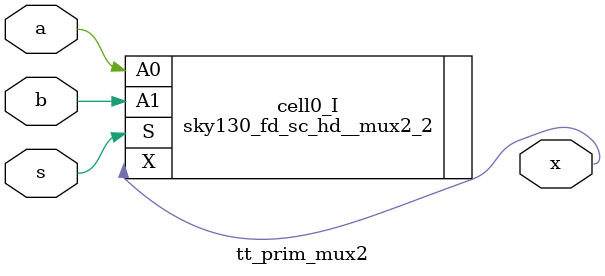
<source format=v>
/*
 * tt_prim_mux2.v
 *
 * TT Primitive
 * Mux2
 *
 * Copyright (c) 2023 Sylvain Munaut <tnt@246tNt.com>
 * SPDX-License-Identifier: Apache-2.0
 */

`default_nettype none

module tt_prim_mux2 (
	input  wire a,
	input  wire b,
	output wire x,
	input  wire s
);

	sky130_fd_sc_hd__mux2_2 cell0_I (
`ifdef WITH_POWER
		.VPWR (1'b1),
		.VGND (1'b0),
		.VPB  (1'b1),
		.VNB  (1'b0),
`endif
		.A0 (a),
		.A1 (b),
		.S  (s),
		.X  (x)
	);

endmodule // tt_prim_mux2

</source>
